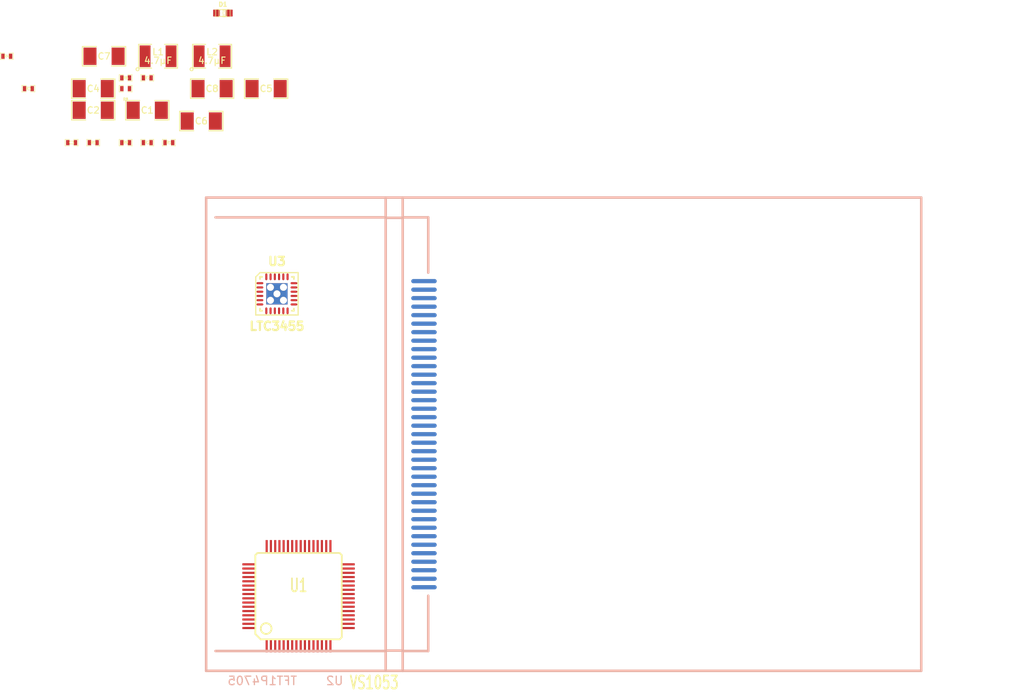
<source format=kicad_pcb>
(kicad_pcb (version 3) (host pcbnew "(2013-june-11)-stable")

  (general
    (links 38)
    (no_connects 38)
    (area 0 0 0 0)
    (thickness 1.6)
    (drawings 12)
    (tracks 0)
    (zones 0)
    (modules 23)
    (nets 17)
  )

  (page A3)
  (layers
    (15 F.Cu signal)
    (0 B.Cu signal)
    (16 B.Adhes user)
    (17 F.Adhes user)
    (18 B.Paste user)
    (19 F.Paste user)
    (20 B.SilkS user)
    (21 F.SilkS user)
    (22 B.Mask user)
    (23 F.Mask user)
    (24 Dwgs.User user)
    (25 Cmts.User user)
    (26 Eco1.User user)
    (27 Eco2.User user)
    (28 Edge.Cuts user)
  )

  (setup
    (last_trace_width 0.254)
    (trace_clearance 0.254)
    (zone_clearance 0.508)
    (zone_45_only no)
    (trace_min 0.254)
    (segment_width 0.2)
    (edge_width 0.15)
    (via_size 0.889)
    (via_drill 0.635)
    (via_min_size 0.889)
    (via_min_drill 0.508)
    (uvia_size 0.508)
    (uvia_drill 0.127)
    (uvias_allowed no)
    (uvia_min_size 0.508)
    (uvia_min_drill 0.127)
    (pcb_text_width 0.3)
    (pcb_text_size 1 1)
    (mod_edge_width 0.15)
    (mod_text_size 1 1)
    (mod_text_width 0.15)
    (pad_size 1 1)
    (pad_drill 0.6)
    (pad_to_mask_clearance 0)
    (aux_axis_origin 0 0)
    (visible_elements FFFFFFBF)
    (pcbplotparams
      (layerselection 3178497)
      (usegerberextensions true)
      (excludeedgelayer true)
      (linewidth 0.150000)
      (plotframeref false)
      (viasonmask false)
      (mode 1)
      (useauxorigin false)
      (hpglpennumber 1)
      (hpglpenspeed 20)
      (hpglpendiameter 15)
      (hpglpenoverlay 2)
      (psnegative false)
      (psa4output false)
      (plotreference true)
      (plotvalue true)
      (plotothertext true)
      (plotinvisibletext false)
      (padsonsilk false)
      (subtractmaskfromsilk false)
      (outputformat 1)
      (mirror false)
      (drillshape 1)
      (scaleselection 1)
      (outputdirectory ""))
  )

  (net 0 "")
  (net 1 /power/1.8V)
  (net 2 /power/3.3V)
  (net 3 /power/I_SENS)
  (net 4 /power/LOW_BAT)
  (net 5 /power/VBAT)
  (net 6 /power/VBUS_USB)
  (net 7 GND)
  (net 8 N-0000011)
  (net 9 N-0000013)
  (net 10 N-0000018)
  (net 11 N-0000020)
  (net 12 N-000005)
  (net 13 N-000006)
  (net 14 N-000007)
  (net 15 N-000008)
  (net 16 N-000009)

  (net_class Default "Ceci est la Netclass par défaut"
    (clearance 0.254)
    (trace_width 0.254)
    (via_dia 0.889)
    (via_drill 0.635)
    (uvia_dia 0.508)
    (uvia_drill 0.127)
    (add_net "")
    (add_net /power/1.8V)
    (add_net /power/3.3V)
    (add_net /power/I_SENS)
    (add_net /power/LOW_BAT)
    (add_net /power/VBAT)
    (add_net /power/VBUS_USB)
    (add_net GND)
    (add_net N-0000011)
    (add_net N-0000013)
    (add_net N-0000018)
    (add_net N-0000020)
    (add_net N-000005)
    (add_net N-000006)
    (add_net N-000007)
    (add_net N-000008)
    (add_net N-000009)
  )

  (module VQFP64 (layer F.Cu) (tedit 533F1878) (tstamp 533F18BA)
    (at 48.26 88.9)
    (descr "Module CMS VQFP 64 pins")
    (tags "CMS VQFP")
    (path /533F17AB/533F1BE5)
    (attr smd)
    (fp_text reference U1 (at 0 -1.26746) (layer F.SilkS)
      (effects (font (size 1.524 1.016) (thickness 0.2032)))
    )
    (fp_text value VS1053 (at 8.89 10.16) (layer F.SilkS)
      (effects (font (size 1.524 1.016) (thickness 0.2032)))
    )
    (fp_line (start -4.445 5.08) (end -5.08 4.445) (layer F.SilkS) (width 0.2032))
    (fp_line (start -5.08 4.445) (end -5.08 -4.826) (layer F.SilkS) (width 0.2032))
    (fp_line (start -5.08 -4.826) (end -4.826 -5.08) (layer F.SilkS) (width 0.2032))
    (fp_line (start -4.826 -5.08) (end 4.826 -5.08) (layer F.SilkS) (width 0.2032))
    (fp_line (start 4.826 -5.08) (end 5.08 -4.826) (layer F.SilkS) (width 0.2032))
    (fp_line (start 5.08 -4.826) (end 5.08 4.826) (layer F.SilkS) (width 0.2032))
    (fp_line (start 5.08 4.826) (end 4.826 5.08) (layer F.SilkS) (width 0.2032))
    (fp_line (start 4.826 5.08) (end -4.445 5.08) (layer F.SilkS) (width 0.2032))
    (fp_circle (center -3.81 3.81) (end -3.81 3.175) (layer F.SilkS) (width 0.2032))
    (pad 54 smd rect (at -5.842 -1.2446) (size 1.524 0.254)
      (layers F.Cu F.Paste F.Mask)
    )
    (pad 55 smd rect (at -5.842 -0.7493) (size 1.524 0.254)
      (layers F.Cu F.Paste F.Mask)
    )
    (pad 56 smd rect (at -5.842 -0.254) (size 1.524 0.254)
      (layers F.Cu F.Paste F.Mask)
    )
    (pad 57 smd rect (at -5.842 0.254) (size 1.524 0.254)
      (layers F.Cu F.Paste F.Mask)
    )
    (pad 58 smd rect (at -5.842 0.7493) (size 1.524 0.254)
      (layers F.Cu F.Paste F.Mask)
    )
    (pad 59 smd rect (at -5.842 1.2446) (size 1.524 0.254)
      (layers F.Cu F.Paste F.Mask)
    )
    (pad 60 smd rect (at -5.842 1.7526) (size 1.524 0.254)
      (layers F.Cu F.Paste F.Mask)
    )
    (pad 61 smd rect (at -5.842 2.2479) (size 1.524 0.254)
      (layers F.Cu F.Paste F.Mask)
    )
    (pad 62 smd rect (at -5.842 2.7432) (size 1.524 0.254)
      (layers F.Cu F.Paste F.Mask)
    )
    (pad 63 smd rect (at -5.842 3.2512) (size 1.524 0.254)
      (layers F.Cu F.Paste F.Mask)
    )
    (pad 64 smd rect (at -5.842 3.7465) (size 1.524 0.254)
      (layers F.Cu F.Paste F.Mask)
    )
    (pad 27 smd rect (at 5.842 -1.2446) (size 1.524 0.254)
      (layers F.Cu F.Paste F.Mask)
    )
    (pad 26 smd rect (at 5.842 -0.7493) (size 1.524 0.254)
      (layers F.Cu F.Paste F.Mask)
    )
    (pad 25 smd rect (at 5.842 -0.254) (size 1.524 0.254)
      (layers F.Cu F.Paste F.Mask)
    )
    (pad 24 smd rect (at 5.842 0.254) (size 1.524 0.254)
      (layers F.Cu F.Paste F.Mask)
    )
    (pad 23 smd rect (at 5.842 0.7493) (size 1.524 0.254)
      (layers F.Cu F.Paste F.Mask)
    )
    (pad 22 smd rect (at 5.842 1.2446) (size 1.524 0.254)
      (layers F.Cu F.Paste F.Mask)
    )
    (pad 21 smd rect (at 5.842 1.7526) (size 1.524 0.254)
      (layers F.Cu F.Paste F.Mask)
    )
    (pad 20 smd rect (at 5.842 2.2479) (size 1.524 0.254)
      (layers F.Cu F.Paste F.Mask)
    )
    (pad 19 smd rect (at 5.842 2.7432) (size 1.524 0.254)
      (layers F.Cu F.Paste F.Mask)
    )
    (pad 18 smd rect (at 5.842 3.2512) (size 1.524 0.254)
      (layers F.Cu F.Paste F.Mask)
    )
    (pad 17 smd rect (at 5.842 3.7465) (size 1.524 0.254)
      (layers F.Cu F.Paste F.Mask)
    )
    (pad 48 smd rect (at -3.7465 -5.842) (size 0.254 1.524)
      (layers F.Cu F.Paste F.Mask)
    )
    (pad 47 smd rect (at -3.2512 -5.842) (size 0.254 1.524)
      (layers F.Cu F.Paste F.Mask)
    )
    (pad 46 smd rect (at -2.7432 -5.842) (size 0.254 1.524)
      (layers F.Cu F.Paste F.Mask)
    )
    (pad 45 smd rect (at -2.2479 -5.842) (size 0.254 1.524)
      (layers F.Cu F.Paste F.Mask)
    )
    (pad 44 smd rect (at -1.7526 -5.842) (size 0.254 1.524)
      (layers F.Cu F.Paste F.Mask)
    )
    (pad 43 smd rect (at -1.2446 -5.842) (size 0.254 1.524)
      (layers F.Cu F.Paste F.Mask)
    )
    (pad 42 smd rect (at -0.7493 -5.842) (size 0.254 1.524)
      (layers F.Cu F.Paste F.Mask)
    )
    (pad 41 smd rect (at -0.254 -5.842) (size 0.254 1.524)
      (layers F.Cu F.Paste F.Mask)
    )
    (pad 40 smd rect (at 0.254 -5.842) (size 0.254 1.524)
      (layers F.Cu F.Paste F.Mask)
    )
    (pad 39 smd rect (at 0.7493 -5.842) (size 0.254 1.524)
      (layers F.Cu F.Paste F.Mask)
    )
    (pad 38 smd rect (at 1.2446 -5.842) (size 0.254 1.524)
      (layers F.Cu F.Paste F.Mask)
    )
    (pad 11 smd rect (at 1.2446 5.842) (size 0.254 1.524)
      (layers F.Cu F.Paste F.Mask)
    )
    (pad 10 smd rect (at 0.7493 5.842) (size 0.254 1.524)
      (layers F.Cu F.Paste F.Mask)
    )
    (pad 9 smd rect (at 0.254 5.842) (size 0.254 1.524)
      (layers F.Cu F.Paste F.Mask)
    )
    (pad 8 smd rect (at -0.254 5.842) (size 0.254 1.524)
      (layers F.Cu F.Paste F.Mask)
    )
    (pad 7 smd rect (at -0.7493 5.842) (size 0.254 1.524)
      (layers F.Cu F.Paste F.Mask)
    )
    (pad 6 smd rect (at -1.2446 5.842) (size 0.254 1.524)
      (layers F.Cu F.Paste F.Mask)
    )
    (pad 5 smd rect (at -1.7526 5.842) (size 0.254 1.524)
      (layers F.Cu F.Paste F.Mask)
    )
    (pad 4 smd rect (at -2.2479 5.842) (size 0.254 1.524)
      (layers F.Cu F.Paste F.Mask)
    )
    (pad 3 smd rect (at -2.7432 5.842) (size 0.254 1.524)
      (layers F.Cu F.Paste F.Mask)
    )
    (pad 2 smd rect (at -3.2512 5.842) (size 0.254 1.524)
      (layers F.Cu F.Paste F.Mask)
    )
    (pad 1 smd rect (at -3.7465 5.842) (size 0.254 1.524)
      (layers F.Cu F.Paste F.Mask)
    )
    (pad 12 smd rect (at 1.7526 5.842) (size 0.254 1.524)
      (layers F.Cu F.Paste F.Mask)
    )
    (pad 13 smd rect (at 2.2479 5.842) (size 0.254 1.524)
      (layers F.Cu F.Paste F.Mask)
    )
    (pad 14 smd rect (at 2.7432 5.842) (size 0.254 1.524)
      (layers F.Cu F.Paste F.Mask)
    )
    (pad 15 smd rect (at 3.2512 5.842) (size 0.254 1.524)
      (layers F.Cu F.Paste F.Mask)
    )
    (pad 16 smd rect (at 3.7465 5.842) (size 0.254 1.524)
      (layers F.Cu F.Paste F.Mask)
    )
    (pad 33 smd rect (at 3.7465 -5.842) (size 0.254 1.524)
      (layers F.Cu F.Paste F.Mask)
    )
    (pad 34 smd rect (at 3.2512 -5.842) (size 0.254 1.524)
      (layers F.Cu F.Paste F.Mask)
    )
    (pad 35 smd rect (at 2.7432 -5.842) (size 0.254 1.524)
      (layers F.Cu F.Paste F.Mask)
    )
    (pad 36 smd rect (at 2.2479 -5.842) (size 0.254 1.524)
      (layers F.Cu F.Paste F.Mask)
    )
    (pad 37 smd rect (at 1.7526 -5.842) (size 0.254 1.524)
      (layers F.Cu F.Paste F.Mask)
    )
    (pad 28 smd rect (at 5.842 -1.7526) (size 1.524 0.254)
      (layers F.Cu F.Paste F.Mask)
    )
    (pad 29 smd rect (at 5.842 -2.2479) (size 1.524 0.254)
      (layers F.Cu F.Paste F.Mask)
    )
    (pad 30 smd rect (at 5.842 -2.7432) (size 1.524 0.254)
      (layers F.Cu F.Paste F.Mask)
    )
    (pad 31 smd rect (at 5.842 -3.2512) (size 1.524 0.254)
      (layers F.Cu F.Paste F.Mask)
    )
    (pad 32 smd rect (at 5.842 -3.7465) (size 1.524 0.254)
      (layers F.Cu F.Paste F.Mask)
    )
    (pad 53 smd rect (at -5.842 -1.7526) (size 1.524 0.254)
      (layers F.Cu F.Paste F.Mask)
    )
    (pad 52 smd rect (at -5.842 -2.2479) (size 1.524 0.254)
      (layers F.Cu F.Paste F.Mask)
    )
    (pad 51 smd rect (at -5.842 -2.7432) (size 1.524 0.254)
      (layers F.Cu F.Paste F.Mask)
    )
    (pad 50 smd rect (at -5.842 -3.2512) (size 1.524 0.254)
      (layers F.Cu F.Paste F.Mask)
    )
    (pad 49 smd rect (at -5.842 -3.7465) (size 1.524 0.254)
      (layers F.Cu F.Paste F.Mask)
    )
    (model smd/vqfp64.wrl
      (at (xyz 0 0 0))
      (scale (xyz 0.395 0.395 0.5))
      (rotate (xyz 0 0 0))
    )
  )

  (module TFT1P4705 (layer B.Cu) (tedit 53090EC8) (tstamp 533F18F3)
    (at 63.5 69.85)
    (path /533F1856/533F1B54)
    (fp_text reference U2 (at -11 29 180) (layer B.SilkS)
      (effects (font (size 1 1) (thickness 0.15)) (justify mirror))
    )
    (fp_text value TFT1P4705 (at -19.5 29) (layer B.SilkS)
      (effects (font (size 1 1) (thickness 0.15)) (justify mirror))
    )
    (fp_line (start -5 25.5) (end -25 25.5) (layer B.SilkS) (width 0.3))
    (fp_line (start -5 -25.5) (end -25 -25.5) (layer B.SilkS) (width 0.3))
    (fp_line (start -3 -25.5) (end 0 -25.5) (layer B.SilkS) (width 0.3))
    (fp_line (start 0 -25.5) (end 0 -19) (layer B.SilkS) (width 0.3))
    (fp_line (start -3 25.5) (end 0 25.5) (layer B.SilkS) (width 0.3))
    (fp_line (start 0 25.5) (end 0 19) (layer B.SilkS) (width 0.3))
    (fp_line (start -5 -25.45) (end -3 -25.45) (layer B.SilkS) (width 0.3))
    (fp_line (start -5 25.45) (end -3 25.45) (layer B.SilkS) (width 0.3))
    (fp_line (start -5 27.83) (end -5 -27.83) (layer B.SilkS) (width 0.3))
    (fp_line (start -3 27.83) (end -3 -27.83) (layer B.SilkS) (width 0.3))
    (fp_line (start -26.1 27.83) (end -26.1 27.83) (layer B.SilkS) (width 0.3))
    (fp_line (start -26.1 27.83) (end -26.1 -27.83) (layer B.SilkS) (width 0.3))
    (fp_line (start -26.1 -27.83) (end 57.94 -27.83) (layer B.SilkS) (width 0.3))
    (fp_line (start 57.94 27.83) (end 57.94 -27.83) (layer B.SilkS) (width 0.3))
    (fp_line (start -3 27.83) (end -3 27.83) (layer B.SilkS) (width 0.3))
    (fp_line (start -26.1 27.83) (end 57.94 27.83) (layer B.SilkS) (width 0.3))
    (pad 1 smd oval (at -0.5 18) (size 3 0.5)
      (layers B.Cu B.Paste B.Mask)
    )
    (pad 2 smd oval (at -0.5 17) (size 3 0.5)
      (layers B.Cu B.Paste B.Mask)
    )
    (pad 3 smd oval (at -0.5 16) (size 3 0.5)
      (layers B.Cu B.Paste B.Mask)
    )
    (pad 4 smd oval (at -0.5 15) (size 3 0.5)
      (layers B.Cu B.Paste B.Mask)
    )
    (pad 5 smd oval (at -0.5 14) (size 3 0.5)
      (layers B.Cu B.Paste B.Mask)
    )
    (pad 6 smd oval (at -0.5 13) (size 3 0.5)
      (layers B.Cu B.Paste B.Mask)
    )
    (pad 7 smd oval (at -0.5 12) (size 3 0.5)
      (layers B.Cu B.Paste B.Mask)
    )
    (pad 8 smd oval (at -0.5 11) (size 3 0.5)
      (layers B.Cu B.Paste B.Mask)
    )
    (pad 9 smd oval (at -0.5 10) (size 3 0.5)
      (layers B.Cu B.Paste B.Mask)
    )
    (pad 10 smd oval (at -0.5 9) (size 3 0.5)
      (layers B.Cu B.Paste B.Mask)
    )
    (pad 11 smd oval (at -0.5 8) (size 3 0.5)
      (layers B.Cu B.Paste B.Mask)
    )
    (pad 12 smd oval (at -0.5 7) (size 3 0.5)
      (layers B.Cu B.Paste B.Mask)
    )
    (pad 13 smd oval (at -0.5 6) (size 3 0.5)
      (layers B.Cu B.Paste B.Mask)
    )
    (pad 14 smd oval (at -0.5 5) (size 3 0.5)
      (layers B.Cu B.Paste B.Mask)
    )
    (pad 15 smd oval (at -0.5 4) (size 3 0.5)
      (layers B.Cu B.Paste B.Mask)
    )
    (pad 16 smd oval (at -0.5 3) (size 3 0.5)
      (layers B.Cu B.Paste B.Mask)
    )
    (pad 17 smd oval (at -0.5 2) (size 3 0.5)
      (layers B.Cu B.Paste B.Mask)
    )
    (pad 18 smd oval (at -0.5 1) (size 3 0.5)
      (layers B.Cu B.Paste B.Mask)
    )
    (pad 19 smd oval (at -0.5 0) (size 3 0.5)
      (layers B.Cu B.Paste B.Mask)
    )
    (pad 20 smd oval (at -0.5 -1) (size 3 0.5)
      (layers B.Cu B.Paste B.Mask)
    )
    (pad 21 smd oval (at -0.5 -2) (size 3 0.5)
      (layers B.Cu B.Paste B.Mask)
    )
    (pad 22 smd oval (at -0.5 -3) (size 3 0.5)
      (layers B.Cu B.Paste B.Mask)
    )
    (pad 23 smd oval (at -0.5 -4) (size 3 0.5)
      (layers B.Cu B.Paste B.Mask)
    )
    (pad 24 smd oval (at -0.5 -5) (size 3 0.5)
      (layers B.Cu B.Paste B.Mask)
    )
    (pad 25 smd oval (at -0.5 -6) (size 3 0.5)
      (layers B.Cu B.Paste B.Mask)
    )
    (pad 26 smd oval (at -0.5 -7) (size 3 0.5)
      (layers B.Cu B.Paste B.Mask)
    )
    (pad 27 smd oval (at -0.5 -8) (size 3 0.5)
      (layers B.Cu B.Paste B.Mask)
    )
    (pad 28 smd oval (at -0.5 -9) (size 3 0.5)
      (layers B.Cu B.Paste B.Mask)
    )
    (pad 29 smd oval (at -0.5 -10) (size 3 0.5)
      (layers B.Cu B.Paste B.Mask)
    )
    (pad 30 smd oval (at -0.5 -11) (size 3 0.5)
      (layers B.Cu B.Paste B.Mask)
    )
    (pad 31 smd oval (at -0.5 -12) (size 3 0.5)
      (layers B.Cu B.Paste B.Mask)
    )
    (pad 32 smd oval (at -0.5 -13) (size 3 0.5)
      (layers B.Cu B.Paste B.Mask)
    )
    (pad 33 smd oval (at -0.5 -14) (size 3 0.5)
      (layers B.Cu B.Paste B.Mask)
    )
    (pad 34 smd oval (at -0.5 -15) (size 3 0.5)
      (layers B.Cu B.Paste B.Mask)
    )
    (pad 35 smd oval (at -0.5 -16) (size 3 0.5)
      (layers B.Cu B.Paste B.Mask)
    )
    (pad 36 smd oval (at -0.5 -17) (size 3 0.5)
      (layers B.Cu B.Paste B.Mask)
    )
    (pad 37 smd oval (at -0.5 -18) (size 3 0.5)
      (layers B.Cu B.Paste B.Mask)
    )
  )

  (module QFN24 (layer F.Cu) (tedit 48A948E6) (tstamp 5343006B)
    (at 45.72 53.34)
    (path /5331FC2B/533F2447)
    (fp_text reference U3 (at 0 -3.81) (layer F.SilkS)
      (effects (font (size 1.00076 1.00076) (thickness 0.3048)))
    )
    (fp_text value LTC3455 (at 0 3.81) (layer F.SilkS)
      (effects (font (size 1.00076 1.00076) (thickness 0.3048)))
    )
    (fp_line (start -1.99136 -2.4892) (end 2.4892 -2.4892) (layer F.SilkS) (width 0.14986))
    (fp_line (start -2.4892 -1.99136) (end -2.4892 2.4892) (layer F.SilkS) (width 0.14986))
    (fp_line (start -2.4892 -1.99136) (end -1.99136 -2.4892) (layer F.SilkS) (width 0.14986))
    (fp_line (start -1.99136 -1.74244) (end -1.99136 -1.99136) (layer F.SilkS) (width 0.20066))
    (fp_line (start -1.99136 -1.99136) (end -1.74244 -1.99136) (layer F.SilkS) (width 0.20066))
    (fp_line (start -1.74244 1.99136) (end -1.99136 1.99136) (layer F.SilkS) (width 0.20066))
    (fp_line (start -1.99136 1.99136) (end -1.99136 1.74244) (layer F.SilkS) (width 0.20066))
    (fp_line (start 1.99136 1.74244) (end 1.99136 1.99136) (layer F.SilkS) (width 0.20066))
    (fp_line (start 1.99136 1.99136) (end 1.74244 1.99136) (layer F.SilkS) (width 0.20066))
    (fp_line (start 1.74244 -1.99136) (end 1.99136 -1.99136) (layer F.SilkS) (width 0.20066))
    (fp_line (start 1.99136 -1.99136) (end 1.99136 -1.74244) (layer F.SilkS) (width 0.20066))
    (fp_line (start 2.4892 2.4892) (end -2.4892 2.4892) (layer F.SilkS) (width 0.14986))
    (fp_line (start 2.4892 -2.4892) (end 2.4892 2.4892) (layer F.SilkS) (width 0.14986))
    (pad "" smd rect (at 0 0 270) (size 2.49936 2.49936)
      (layers *.Cu F.Paste F.Mask)
    )
    (pad 1 smd oval (at -1.99898 -1.24968) (size 0.8001 0.24892)
      (layers F.Cu F.Paste F.Mask)
      (net 16 N-000009)
    )
    (pad 2 smd oval (at -1.99898 -0.7493) (size 0.8001 0.24892)
      (layers F.Cu F.Paste F.Mask)
      (net 3 /power/I_SENS)
    )
    (pad 3 smd oval (at -1.99898 -0.24892) (size 0.8001 0.24892)
      (layers F.Cu F.Paste F.Mask)
      (net 9 N-0000013)
    )
    (pad 4 smd oval (at -1.99898 0.24892) (size 0.8001 0.24892)
      (layers F.Cu F.Paste F.Mask)
      (net 14 N-000007)
    )
    (pad 5 smd oval (at -1.99898 0.7493) (size 0.8001 0.24892)
      (layers F.Cu F.Paste F.Mask)
    )
    (pad 6 smd oval (at -1.99898 1.24968) (size 0.8001 0.24892)
      (layers F.Cu F.Paste F.Mask)
    )
    (pad 7 smd oval (at -1.24968 1.99898 90) (size 0.8001 0.24892)
      (layers F.Cu F.Paste F.Mask)
      (net 8 N-0000011)
    )
    (pad 8 smd oval (at -0.7493 1.99898 90) (size 0.8001 0.24892)
      (layers F.Cu F.Paste F.Mask)
      (net 6 /power/VBUS_USB)
    )
    (pad 9 smd oval (at -0.24892 1.99898 90) (size 0.8001 0.24892)
      (layers F.Cu F.Paste F.Mask)
      (net 5 /power/VBAT)
    )
    (pad 10 smd oval (at 0.24892 1.99898 90) (size 0.8001 0.24892)
      (layers F.Cu F.Paste F.Mask)
      (net 15 N-000008)
    )
    (pad 11 smd oval (at 0.7493 1.99898 90) (size 0.8001 0.24892)
      (layers F.Cu F.Paste F.Mask)
      (net 7 GND)
    )
    (pad 12 smd oval (at 1.24968 1.99898 90) (size 0.8001 0.24892)
      (layers F.Cu F.Paste F.Mask)
      (net 11 N-0000020)
    )
    (pad 13 smd oval (at 1.99898 1.24968 180) (size 0.8001 0.24892)
      (layers F.Cu F.Paste F.Mask)
      (net 2 /power/3.3V)
    )
    (pad 14 smd oval (at 1.99898 0.7493 180) (size 0.8001 0.24892)
      (layers F.Cu F.Paste F.Mask)
    )
    (pad 15 smd oval (at 1.99898 0.24892 180) (size 0.8001 0.24892)
      (layers F.Cu F.Paste F.Mask)
    )
    (pad 16 smd oval (at 1.99898 -0.24892 180) (size 0.8001 0.24892)
      (layers F.Cu F.Paste F.Mask)
      (net 10 N-0000018)
    )
    (pad 17 smd oval (at 1.99898 -0.7493 180) (size 0.8001 0.24892)
      (layers F.Cu F.Paste F.Mask)
      (net 4 /power/LOW_BAT)
    )
    (pad 18 smd oval (at 1.99898 -1.24968 180) (size 0.8001 0.24892)
      (layers F.Cu F.Paste F.Mask)
      (net 12 N-000005)
    )
    (pad 19 smd oval (at 1.24968 -1.99898 270) (size 0.8001 0.24892)
      (layers F.Cu F.Paste F.Mask)
    )
    (pad 20 smd oval (at 0.7493 -1.99898 270) (size 0.8001 0.24892)
      (layers F.Cu F.Paste F.Mask)
    )
    (pad 21 smd oval (at 0.24892 -1.99898 270) (size 0.8001 0.24892)
      (layers F.Cu F.Paste F.Mask)
    )
    (pad 22 smd oval (at -0.24892 -1.99898 270) (size 0.8001 0.24892)
      (layers F.Cu F.Paste F.Mask)
    )
    (pad 23 smd oval (at -0.7493 -1.99898 270) (size 0.8001 0.24892)
      (layers F.Cu F.Paste F.Mask)
    )
    (pad 24 smd oval (at -1.24968 -1.99898 270) (size 0.8001 0.24892)
      (layers F.Cu F.Paste F.Mask)
    )
    (pad "" np_thru_hole circle (at 0 0 270) (size 0.8001 0.8001) (drill 0.8001)
      (layers *.Cu *.SilkS *.Mask)
    )
    (pad "" np_thru_hole circle (at 0.762 -0.762 270) (size 0.8001 0.8001) (drill 0.8001)
      (layers *.Cu *.SilkS *.Mask)
    )
    (pad "" np_thru_hole circle (at -0.762 -0.762 270) (size 0.8001 0.8001) (drill 0.8001)
      (layers *.Cu *.SilkS *.Mask)
    )
    (pad "" np_thru_hole circle (at 0.762 0.762 270) (size 0.8001 0.8001) (drill 0.8001)
      (layers *.Cu *.SilkS *.Mask)
    )
    (pad "" np_thru_hole circle (at -0.762 0.762 270) (size 0.8001 0.8001) (drill 0.8001)
      (layers *.Cu *.SilkS *.Mask)
    )
    (model smd/qfn24.wrl
      (at (xyz 0 0 0))
      (scale (xyz 1 1 1))
      (rotate (xyz 0 0 0))
    )
  )

  (module SM1210 (layer F.Cu) (tedit 42806E94) (tstamp 53430AC3)
    (at 38.1 25.4)
    (tags "CMS SM")
    (path /5331FC2B/53430F5E)
    (attr smd)
    (fp_text reference L2 (at 0 -0.508) (layer F.SilkS)
      (effects (font (size 0.762 0.762) (thickness 0.127)))
    )
    (fp_text value 4.7µF (at 0 0.508) (layer F.SilkS)
      (effects (font (size 0.762 0.762) (thickness 0.127)))
    )
    (fp_circle (center -2.413 1.524) (end -2.286 1.397) (layer F.SilkS) (width 0.127))
    (fp_line (start -0.762 -1.397) (end -2.286 -1.397) (layer F.SilkS) (width 0.127))
    (fp_line (start -2.286 -1.397) (end -2.286 1.397) (layer F.SilkS) (width 0.127))
    (fp_line (start -2.286 1.397) (end -0.762 1.397) (layer F.SilkS) (width 0.127))
    (fp_line (start 0.762 1.397) (end 2.286 1.397) (layer F.SilkS) (width 0.127))
    (fp_line (start 2.286 1.397) (end 2.286 -1.397) (layer F.SilkS) (width 0.127))
    (fp_line (start 2.286 -1.397) (end 0.762 -1.397) (layer F.SilkS) (width 0.127))
    (pad 1 smd rect (at -1.524 0) (size 1.27 2.54)
      (layers F.Cu F.Paste F.Mask)
      (net 8 N-0000011)
    )
    (pad 2 smd rect (at 1.524 0) (size 1.27 2.54)
      (layers F.Cu F.Paste F.Mask)
      (net 1 /power/1.8V)
    )
    (model smd/chip_cms.wrl
      (at (xyz 0 0 0))
      (scale (xyz 0.17 0.2 0.17))
      (rotate (xyz 0 0 0))
    )
  )

  (module SM1210 (layer F.Cu) (tedit 42806E94) (tstamp 53430AD0)
    (at 31.75 25.4)
    (tags "CMS SM")
    (path /5331FC2B/53430F6B)
    (attr smd)
    (fp_text reference L1 (at 0 -0.508) (layer F.SilkS)
      (effects (font (size 0.762 0.762) (thickness 0.127)))
    )
    (fp_text value 4.7µF (at 0 0.508) (layer F.SilkS)
      (effects (font (size 0.762 0.762) (thickness 0.127)))
    )
    (fp_circle (center -2.413 1.524) (end -2.286 1.397) (layer F.SilkS) (width 0.127))
    (fp_line (start -0.762 -1.397) (end -2.286 -1.397) (layer F.SilkS) (width 0.127))
    (fp_line (start -2.286 -1.397) (end -2.286 1.397) (layer F.SilkS) (width 0.127))
    (fp_line (start -2.286 1.397) (end -0.762 1.397) (layer F.SilkS) (width 0.127))
    (fp_line (start 0.762 1.397) (end 2.286 1.397) (layer F.SilkS) (width 0.127))
    (fp_line (start 2.286 1.397) (end 2.286 -1.397) (layer F.SilkS) (width 0.127))
    (fp_line (start 2.286 -1.397) (end 0.762 -1.397) (layer F.SilkS) (width 0.127))
    (pad 1 smd rect (at -1.524 0) (size 1.27 2.54)
      (layers F.Cu F.Paste F.Mask)
      (net 11 N-0000020)
    )
    (pad 2 smd rect (at 1.524 0) (size 1.27 2.54)
      (layers F.Cu F.Paste F.Mask)
      (net 2 /power/3.3V)
    )
    (model smd/chip_cms.wrl
      (at (xyz 0 0 0))
      (scale (xyz 0.17 0.2 0.17))
      (rotate (xyz 0 0 0))
    )
  )

  (module SM1206 (layer F.Cu) (tedit 42806E24) (tstamp 53430ADC)
    (at 25.4 25.4)
    (path /5331FC2B/534313F5)
    (attr smd)
    (fp_text reference C7 (at 0 0) (layer F.SilkS)
      (effects (font (size 0.762 0.762) (thickness 0.127)))
    )
    (fp_text value 10µF (at 0 0) (layer F.SilkS) hide
      (effects (font (size 0.762 0.762) (thickness 0.127)))
    )
    (fp_line (start -2.54 -1.143) (end -2.54 1.143) (layer F.SilkS) (width 0.127))
    (fp_line (start -2.54 1.143) (end -0.889 1.143) (layer F.SilkS) (width 0.127))
    (fp_line (start 0.889 -1.143) (end 2.54 -1.143) (layer F.SilkS) (width 0.127))
    (fp_line (start 2.54 -1.143) (end 2.54 1.143) (layer F.SilkS) (width 0.127))
    (fp_line (start 2.54 1.143) (end 0.889 1.143) (layer F.SilkS) (width 0.127))
    (fp_line (start -0.889 -1.143) (end -2.54 -1.143) (layer F.SilkS) (width 0.127))
    (pad 1 smd rect (at -1.651 0) (size 1.524 2.032)
      (layers F.Cu F.Paste F.Mask)
      (net 2 /power/3.3V)
    )
    (pad 2 smd rect (at 1.651 0) (size 1.524 2.032)
      (layers F.Cu F.Paste F.Mask)
      (net 7 GND)
    )
    (model smd/chip_cms.wrl
      (at (xyz 0 0 0))
      (scale (xyz 0.17 0.16 0.16))
      (rotate (xyz 0 0 0))
    )
  )

  (module SM1206 (layer F.Cu) (tedit 42806E24) (tstamp 53430AE8)
    (at 24.13 29.21)
    (path /5331FC2B/53433485)
    (attr smd)
    (fp_text reference C4 (at 0 0) (layer F.SilkS)
      (effects (font (size 0.762 0.762) (thickness 0.127)))
    )
    (fp_text value 10µF (at 0 0) (layer F.SilkS) hide
      (effects (font (size 0.762 0.762) (thickness 0.127)))
    )
    (fp_line (start -2.54 -1.143) (end -2.54 1.143) (layer F.SilkS) (width 0.127))
    (fp_line (start -2.54 1.143) (end -0.889 1.143) (layer F.SilkS) (width 0.127))
    (fp_line (start 0.889 -1.143) (end 2.54 -1.143) (layer F.SilkS) (width 0.127))
    (fp_line (start 2.54 -1.143) (end 2.54 1.143) (layer F.SilkS) (width 0.127))
    (fp_line (start 2.54 1.143) (end 0.889 1.143) (layer F.SilkS) (width 0.127))
    (fp_line (start -0.889 -1.143) (end -2.54 -1.143) (layer F.SilkS) (width 0.127))
    (pad 1 smd rect (at -1.651 0) (size 1.524 2.032)
      (layers F.Cu F.Paste F.Mask)
      (net 15 N-000008)
    )
    (pad 2 smd rect (at 1.651 0) (size 1.524 2.032)
      (layers F.Cu F.Paste F.Mask)
      (net 7 GND)
    )
    (model smd/chip_cms.wrl
      (at (xyz 0 0 0))
      (scale (xyz 0.17 0.16 0.16))
      (rotate (xyz 0 0 0))
    )
  )

  (module SM1206 (layer F.Cu) (tedit 42806E24) (tstamp 53430AF4)
    (at 38.1 29.21)
    (path /5331FC2B/5343187A)
    (attr smd)
    (fp_text reference C8 (at 0 0) (layer F.SilkS)
      (effects (font (size 0.762 0.762) (thickness 0.127)))
    )
    (fp_text value 10µF (at 0 0) (layer F.SilkS) hide
      (effects (font (size 0.762 0.762) (thickness 0.127)))
    )
    (fp_line (start -2.54 -1.143) (end -2.54 1.143) (layer F.SilkS) (width 0.127))
    (fp_line (start -2.54 1.143) (end -0.889 1.143) (layer F.SilkS) (width 0.127))
    (fp_line (start 0.889 -1.143) (end 2.54 -1.143) (layer F.SilkS) (width 0.127))
    (fp_line (start 2.54 -1.143) (end 2.54 1.143) (layer F.SilkS) (width 0.127))
    (fp_line (start 2.54 1.143) (end 0.889 1.143) (layer F.SilkS) (width 0.127))
    (fp_line (start -0.889 -1.143) (end -2.54 -1.143) (layer F.SilkS) (width 0.127))
    (pad 1 smd rect (at -1.651 0) (size 1.524 2.032)
      (layers F.Cu F.Paste F.Mask)
      (net 1 /power/1.8V)
    )
    (pad 2 smd rect (at 1.651 0) (size 1.524 2.032)
      (layers F.Cu F.Paste F.Mask)
      (net 7 GND)
    )
    (model smd/chip_cms.wrl
      (at (xyz 0 0 0))
      (scale (xyz 0.17 0.16 0.16))
      (rotate (xyz 0 0 0))
    )
  )

  (module SM1206 (layer F.Cu) (tedit 42806E24) (tstamp 53430B00)
    (at 36.83 33.02)
    (path /5331FC2B/53431865)
    (attr smd)
    (fp_text reference C6 (at 0 0) (layer F.SilkS)
      (effects (font (size 0.762 0.762) (thickness 0.127)))
    )
    (fp_text value 10pF (at 0 0) (layer F.SilkS) hide
      (effects (font (size 0.762 0.762) (thickness 0.127)))
    )
    (fp_line (start -2.54 -1.143) (end -2.54 1.143) (layer F.SilkS) (width 0.127))
    (fp_line (start -2.54 1.143) (end -0.889 1.143) (layer F.SilkS) (width 0.127))
    (fp_line (start 0.889 -1.143) (end 2.54 -1.143) (layer F.SilkS) (width 0.127))
    (fp_line (start 2.54 -1.143) (end 2.54 1.143) (layer F.SilkS) (width 0.127))
    (fp_line (start 2.54 1.143) (end 0.889 1.143) (layer F.SilkS) (width 0.127))
    (fp_line (start -0.889 -1.143) (end -2.54 -1.143) (layer F.SilkS) (width 0.127))
    (pad 1 smd rect (at -1.651 0) (size 1.524 2.032)
      (layers F.Cu F.Paste F.Mask)
      (net 1 /power/1.8V)
    )
    (pad 2 smd rect (at 1.651 0) (size 1.524 2.032)
      (layers F.Cu F.Paste F.Mask)
      (net 16 N-000009)
    )
    (model smd/chip_cms.wrl
      (at (xyz 0 0 0))
      (scale (xyz 0.17 0.16 0.16))
      (rotate (xyz 0 0 0))
    )
  )

  (module SM1206 (layer F.Cu) (tedit 42806E24) (tstamp 53430B0C)
    (at 24.13 31.75)
    (path /5331FC2B/5343020B)
    (attr smd)
    (fp_text reference C2 (at 0 0) (layer F.SilkS)
      (effects (font (size 0.762 0.762) (thickness 0.127)))
    )
    (fp_text value 4.7µF (at 0 0) (layer F.SilkS) hide
      (effects (font (size 0.762 0.762) (thickness 0.127)))
    )
    (fp_line (start -2.54 -1.143) (end -2.54 1.143) (layer F.SilkS) (width 0.127))
    (fp_line (start -2.54 1.143) (end -0.889 1.143) (layer F.SilkS) (width 0.127))
    (fp_line (start 0.889 -1.143) (end 2.54 -1.143) (layer F.SilkS) (width 0.127))
    (fp_line (start 2.54 -1.143) (end 2.54 1.143) (layer F.SilkS) (width 0.127))
    (fp_line (start 2.54 1.143) (end 0.889 1.143) (layer F.SilkS) (width 0.127))
    (fp_line (start -0.889 -1.143) (end -2.54 -1.143) (layer F.SilkS) (width 0.127))
    (pad 1 smd rect (at -1.651 0) (size 1.524 2.032)
      (layers F.Cu F.Paste F.Mask)
      (net 5 /power/VBAT)
    )
    (pad 2 smd rect (at 1.651 0) (size 1.524 2.032)
      (layers F.Cu F.Paste F.Mask)
      (net 7 GND)
    )
    (model smd/chip_cms.wrl
      (at (xyz 0 0 0))
      (scale (xyz 0.17 0.16 0.16))
      (rotate (xyz 0 0 0))
    )
  )

  (module SM1206 (layer F.Cu) (tedit 42806E24) (tstamp 53430B18)
    (at 44.45 29.21)
    (path /5331FC2B/53431057)
    (attr smd)
    (fp_text reference C5 (at 0 0) (layer F.SilkS)
      (effects (font (size 0.762 0.762) (thickness 0.127)))
    )
    (fp_text value 10pF (at 0 0) (layer F.SilkS) hide
      (effects (font (size 0.762 0.762) (thickness 0.127)))
    )
    (fp_line (start -2.54 -1.143) (end -2.54 1.143) (layer F.SilkS) (width 0.127))
    (fp_line (start -2.54 1.143) (end -0.889 1.143) (layer F.SilkS) (width 0.127))
    (fp_line (start 0.889 -1.143) (end 2.54 -1.143) (layer F.SilkS) (width 0.127))
    (fp_line (start 2.54 -1.143) (end 2.54 1.143) (layer F.SilkS) (width 0.127))
    (fp_line (start 2.54 1.143) (end 0.889 1.143) (layer F.SilkS) (width 0.127))
    (fp_line (start -0.889 -1.143) (end -2.54 -1.143) (layer F.SilkS) (width 0.127))
    (pad 1 smd rect (at -1.651 0) (size 1.524 2.032)
      (layers F.Cu F.Paste F.Mask)
      (net 2 /power/3.3V)
    )
    (pad 2 smd rect (at 1.651 0) (size 1.524 2.032)
      (layers F.Cu F.Paste F.Mask)
      (net 12 N-000005)
    )
    (model smd/chip_cms.wrl
      (at (xyz 0 0 0))
      (scale (xyz 0.17 0.16 0.16))
      (rotate (xyz 0 0 0))
    )
  )

  (module SM1206 (layer F.Cu) (tedit 42806E24) (tstamp 53430B24)
    (at 30.48 31.75)
    (path /5331FC2B/53430BA6)
    (attr smd)
    (fp_text reference C1 (at 0 0) (layer F.SilkS)
      (effects (font (size 0.762 0.762) (thickness 0.127)))
    )
    (fp_text value 4.7µF (at 0 0) (layer F.SilkS) hide
      (effects (font (size 0.762 0.762) (thickness 0.127)))
    )
    (fp_line (start -2.54 -1.143) (end -2.54 1.143) (layer F.SilkS) (width 0.127))
    (fp_line (start -2.54 1.143) (end -0.889 1.143) (layer F.SilkS) (width 0.127))
    (fp_line (start 0.889 -1.143) (end 2.54 -1.143) (layer F.SilkS) (width 0.127))
    (fp_line (start 2.54 -1.143) (end 2.54 1.143) (layer F.SilkS) (width 0.127))
    (fp_line (start 2.54 1.143) (end 0.889 1.143) (layer F.SilkS) (width 0.127))
    (fp_line (start -0.889 -1.143) (end -2.54 -1.143) (layer F.SilkS) (width 0.127))
    (pad 1 smd rect (at -1.651 0) (size 1.524 2.032)
      (layers F.Cu F.Paste F.Mask)
      (net 6 /power/VBUS_USB)
    )
    (pad 2 smd rect (at 1.651 0) (size 1.524 2.032)
      (layers F.Cu F.Paste F.Mask)
      (net 7 GND)
    )
    (model smd/chip_cms.wrl
      (at (xyz 0 0 0))
      (scale (xyz 0.17 0.16 0.16))
      (rotate (xyz 0 0 0))
    )
  )

  (module SM0402 (layer F.Cu) (tedit 50A4E0BA) (tstamp 53430B30)
    (at 27.94 27.94)
    (path /5331FC2B/5343103D)
    (attr smd)
    (fp_text reference R6 (at 0 0) (layer F.SilkS)
      (effects (font (size 0.35052 0.3048) (thickness 0.07112)))
    )
    (fp_text value 249k (at 0.09906 0) (layer F.SilkS) hide
      (effects (font (size 0.35052 0.3048) (thickness 0.07112)))
    )
    (fp_line (start -0.254 -0.381) (end -0.762 -0.381) (layer F.SilkS) (width 0.07112))
    (fp_line (start -0.762 -0.381) (end -0.762 0.381) (layer F.SilkS) (width 0.07112))
    (fp_line (start -0.762 0.381) (end -0.254 0.381) (layer F.SilkS) (width 0.07112))
    (fp_line (start 0.254 -0.381) (end 0.762 -0.381) (layer F.SilkS) (width 0.07112))
    (fp_line (start 0.762 -0.381) (end 0.762 0.381) (layer F.SilkS) (width 0.07112))
    (fp_line (start 0.762 0.381) (end 0.254 0.381) (layer F.SilkS) (width 0.07112))
    (pad 1 smd rect (at -0.44958 0) (size 0.39878 0.59944)
      (layers F.Cu F.Paste F.Mask)
      (net 2 /power/3.3V)
    )
    (pad 2 smd rect (at 0.44958 0) (size 0.39878 0.59944)
      (layers F.Cu F.Paste F.Mask)
      (net 12 N-000005)
    )
    (model smd\chip_cms.wrl
      (at (xyz 0 0 0.002))
      (scale (xyz 0.05 0.05 0.05))
      (rotate (xyz 0 0 0))
    )
  )

  (module SM0402 (layer F.Cu) (tedit 53430AEF) (tstamp 53430B3C)
    (at 27.94 29.21)
    (path /5331FC2B/534313AC)
    (attr smd)
    (fp_text reference R8 (at 0 1.27) (layer F.SilkS)
      (effects (font (size 0.35052 0.3048) (thickness 0.07112)))
    )
    (fp_text value 80.6k (at 0.09906 0) (layer F.SilkS) hide
      (effects (font (size 0.35052 0.3048) (thickness 0.07112)))
    )
    (fp_line (start -0.254 -0.381) (end -0.762 -0.381) (layer F.SilkS) (width 0.07112))
    (fp_line (start -0.762 -0.381) (end -0.762 0.381) (layer F.SilkS) (width 0.07112))
    (fp_line (start -0.762 0.381) (end -0.254 0.381) (layer F.SilkS) (width 0.07112))
    (fp_line (start 0.254 -0.381) (end 0.762 -0.381) (layer F.SilkS) (width 0.07112))
    (fp_line (start 0.762 -0.381) (end 0.762 0.381) (layer F.SilkS) (width 0.07112))
    (fp_line (start 0.762 0.381) (end 0.254 0.381) (layer F.SilkS) (width 0.07112))
    (pad 1 smd rect (at -0.44958 0) (size 0.39878 0.59944)
      (layers F.Cu F.Paste F.Mask)
      (net 12 N-000005)
    )
    (pad 2 smd rect (at 0.44958 0) (size 0.39878 0.59944)
      (layers F.Cu F.Paste F.Mask)
      (net 7 GND)
    )
    (model smd\chip_cms.wrl
      (at (xyz 0 0 0.002))
      (scale (xyz 0.05 0.05 0.05))
      (rotate (xyz 0 0 0))
    )
  )

  (module SM0402 (layer F.Cu) (tedit 50A4E0BA) (tstamp 53430B48)
    (at 30.48 27.94)
    (path /5331FC2B/5343185F)
    (attr smd)
    (fp_text reference R7 (at 0 0) (layer F.SilkS)
      (effects (font (size 0.35052 0.3048) (thickness 0.07112)))
    )
    (fp_text value 100k (at 0.09906 0) (layer F.SilkS) hide
      (effects (font (size 0.35052 0.3048) (thickness 0.07112)))
    )
    (fp_line (start -0.254 -0.381) (end -0.762 -0.381) (layer F.SilkS) (width 0.07112))
    (fp_line (start -0.762 -0.381) (end -0.762 0.381) (layer F.SilkS) (width 0.07112))
    (fp_line (start -0.762 0.381) (end -0.254 0.381) (layer F.SilkS) (width 0.07112))
    (fp_line (start 0.254 -0.381) (end 0.762 -0.381) (layer F.SilkS) (width 0.07112))
    (fp_line (start 0.762 -0.381) (end 0.762 0.381) (layer F.SilkS) (width 0.07112))
    (fp_line (start 0.762 0.381) (end 0.254 0.381) (layer F.SilkS) (width 0.07112))
    (pad 1 smd rect (at -0.44958 0) (size 0.39878 0.59944)
      (layers F.Cu F.Paste F.Mask)
      (net 1 /power/1.8V)
    )
    (pad 2 smd rect (at 0.44958 0) (size 0.39878 0.59944)
      (layers F.Cu F.Paste F.Mask)
      (net 16 N-000009)
    )
    (model smd\chip_cms.wrl
      (at (xyz 0 0 0.002))
      (scale (xyz 0.05 0.05 0.05))
      (rotate (xyz 0 0 0))
    )
  )

  (module SM0402 (layer F.Cu) (tedit 50A4E0BA) (tstamp 53430B54)
    (at 24.13 35.56)
    (path /5331FC2B/53430241)
    (attr smd)
    (fp_text reference R5 (at 0 0) (layer F.SilkS)
      (effects (font (size 0.35052 0.3048) (thickness 0.07112)))
    )
    (fp_text value 806k (at 0.09906 0) (layer F.SilkS) hide
      (effects (font (size 0.35052 0.3048) (thickness 0.07112)))
    )
    (fp_line (start -0.254 -0.381) (end -0.762 -0.381) (layer F.SilkS) (width 0.07112))
    (fp_line (start -0.762 -0.381) (end -0.762 0.381) (layer F.SilkS) (width 0.07112))
    (fp_line (start -0.762 0.381) (end -0.254 0.381) (layer F.SilkS) (width 0.07112))
    (fp_line (start 0.254 -0.381) (end 0.762 -0.381) (layer F.SilkS) (width 0.07112))
    (fp_line (start 0.762 -0.381) (end 0.762 0.381) (layer F.SilkS) (width 0.07112))
    (fp_line (start 0.762 0.381) (end 0.254 0.381) (layer F.SilkS) (width 0.07112))
    (pad 1 smd rect (at -0.44958 0) (size 0.39878 0.59944)
      (layers F.Cu F.Paste F.Mask)
      (net 7 GND)
    )
    (pad 2 smd rect (at 0.44958 0) (size 0.39878 0.59944)
      (layers F.Cu F.Paste F.Mask)
      (net 10 N-0000018)
    )
    (model smd\chip_cms.wrl
      (at (xyz 0 0 0.002))
      (scale (xyz 0.05 0.05 0.05))
      (rotate (xyz 0 0 0))
    )
  )

  (module SM0402 (layer F.Cu) (tedit 50A4E0BA) (tstamp 53430B60)
    (at 27.94 35.56)
    (path /5331FC2B/53431873)
    (attr smd)
    (fp_text reference R9 (at 0 0) (layer F.SilkS)
      (effects (font (size 0.35052 0.3048) (thickness 0.07112)))
    )
    (fp_text value 80.6k (at 0.09906 0) (layer F.SilkS) hide
      (effects (font (size 0.35052 0.3048) (thickness 0.07112)))
    )
    (fp_line (start -0.254 -0.381) (end -0.762 -0.381) (layer F.SilkS) (width 0.07112))
    (fp_line (start -0.762 -0.381) (end -0.762 0.381) (layer F.SilkS) (width 0.07112))
    (fp_line (start -0.762 0.381) (end -0.254 0.381) (layer F.SilkS) (width 0.07112))
    (fp_line (start 0.254 -0.381) (end 0.762 -0.381) (layer F.SilkS) (width 0.07112))
    (fp_line (start 0.762 -0.381) (end 0.762 0.381) (layer F.SilkS) (width 0.07112))
    (fp_line (start 0.762 0.381) (end 0.254 0.381) (layer F.SilkS) (width 0.07112))
    (pad 1 smd rect (at -0.44958 0) (size 0.39878 0.59944)
      (layers F.Cu F.Paste F.Mask)
      (net 16 N-000009)
    )
    (pad 2 smd rect (at 0.44958 0) (size 0.39878 0.59944)
      (layers F.Cu F.Paste F.Mask)
      (net 7 GND)
    )
    (model smd\chip_cms.wrl
      (at (xyz 0 0 0.002))
      (scale (xyz 0.05 0.05 0.05))
      (rotate (xyz 0 0 0))
    )
  )

  (module SM0402 (layer F.Cu) (tedit 50A4E0BA) (tstamp 53430B6C)
    (at 30.48 35.56)
    (path /5331FC2B/5343023B)
    (attr smd)
    (fp_text reference R2 (at 0 0) (layer F.SilkS)
      (effects (font (size 0.35052 0.3048) (thickness 0.07112)))
    )
    (fp_text value 2.49M (at 0.09906 0) (layer F.SilkS) hide
      (effects (font (size 0.35052 0.3048) (thickness 0.07112)))
    )
    (fp_line (start -0.254 -0.381) (end -0.762 -0.381) (layer F.SilkS) (width 0.07112))
    (fp_line (start -0.762 -0.381) (end -0.762 0.381) (layer F.SilkS) (width 0.07112))
    (fp_line (start -0.762 0.381) (end -0.254 0.381) (layer F.SilkS) (width 0.07112))
    (fp_line (start 0.254 -0.381) (end 0.762 -0.381) (layer F.SilkS) (width 0.07112))
    (fp_line (start 0.762 -0.381) (end 0.762 0.381) (layer F.SilkS) (width 0.07112))
    (fp_line (start 0.762 0.381) (end 0.254 0.381) (layer F.SilkS) (width 0.07112))
    (pad 1 smd rect (at -0.44958 0) (size 0.39878 0.59944)
      (layers F.Cu F.Paste F.Mask)
      (net 5 /power/VBAT)
    )
    (pad 2 smd rect (at 0.44958 0) (size 0.39878 0.59944)
      (layers F.Cu F.Paste F.Mask)
      (net 10 N-0000018)
    )
    (model smd\chip_cms.wrl
      (at (xyz 0 0 0.002))
      (scale (xyz 0.05 0.05 0.05))
      (rotate (xyz 0 0 0))
    )
  )

  (module SM0402 (layer F.Cu) (tedit 50A4E0BA) (tstamp 53430B78)
    (at 33.02 35.56)
    (path /5331FC2B/53431FFB)
    (attr smd)
    (fp_text reference R1 (at 0 0) (layer F.SilkS)
      (effects (font (size 0.35052 0.3048) (thickness 0.07112)))
    )
    (fp_text value 2.49k (at 0.09906 0) (layer F.SilkS) hide
      (effects (font (size 0.35052 0.3048) (thickness 0.07112)))
    )
    (fp_line (start -0.254 -0.381) (end -0.762 -0.381) (layer F.SilkS) (width 0.07112))
    (fp_line (start -0.762 -0.381) (end -0.762 0.381) (layer F.SilkS) (width 0.07112))
    (fp_line (start -0.762 0.381) (end -0.254 0.381) (layer F.SilkS) (width 0.07112))
    (fp_line (start 0.254 -0.381) (end 0.762 -0.381) (layer F.SilkS) (width 0.07112))
    (fp_line (start 0.762 -0.381) (end 0.762 0.381) (layer F.SilkS) (width 0.07112))
    (fp_line (start 0.762 0.381) (end 0.254 0.381) (layer F.SilkS) (width 0.07112))
    (pad 1 smd rect (at -0.44958 0) (size 0.39878 0.59944)
      (layers F.Cu F.Paste F.Mask)
      (net 7 GND)
    )
    (pad 2 smd rect (at 0.44958 0) (size 0.39878 0.59944)
      (layers F.Cu F.Paste F.Mask)
      (net 3 /power/I_SENS)
    )
    (model smd\chip_cms.wrl
      (at (xyz 0 0 0.002))
      (scale (xyz 0.05 0.05 0.05))
      (rotate (xyz 0 0 0))
    )
  )

  (module SM0402 (layer F.Cu) (tedit 50A4E0BA) (tstamp 53430B84)
    (at 21.59 35.56)
    (path /5331FC2B/534324EF)
    (attr smd)
    (fp_text reference C3 (at 0 0) (layer F.SilkS)
      (effects (font (size 0.35052 0.3048) (thickness 0.07112)))
    )
    (fp_text value 100nF (at 0.09906 0) (layer F.SilkS) hide
      (effects (font (size 0.35052 0.3048) (thickness 0.07112)))
    )
    (fp_line (start -0.254 -0.381) (end -0.762 -0.381) (layer F.SilkS) (width 0.07112))
    (fp_line (start -0.762 -0.381) (end -0.762 0.381) (layer F.SilkS) (width 0.07112))
    (fp_line (start -0.762 0.381) (end -0.254 0.381) (layer F.SilkS) (width 0.07112))
    (fp_line (start 0.254 -0.381) (end 0.762 -0.381) (layer F.SilkS) (width 0.07112))
    (fp_line (start 0.762 -0.381) (end 0.762 0.381) (layer F.SilkS) (width 0.07112))
    (fp_line (start 0.762 0.381) (end 0.254 0.381) (layer F.SilkS) (width 0.07112))
    (pad 1 smd rect (at -0.44958 0) (size 0.39878 0.59944)
      (layers F.Cu F.Paste F.Mask)
      (net 9 N-0000013)
    )
    (pad 2 smd rect (at 0.44958 0) (size 0.39878 0.59944)
      (layers F.Cu F.Paste F.Mask)
      (net 7 GND)
    )
    (model smd\chip_cms.wrl
      (at (xyz 0 0 0.002))
      (scale (xyz 0.05 0.05 0.05))
      (rotate (xyz 0 0 0))
    )
  )

  (module SM0402 (layer F.Cu) (tedit 50A4E0BA) (tstamp 53430B90)
    (at 16.51 29.21)
    (path /5331FC2B/534329F4)
    (attr smd)
    (fp_text reference R3 (at 0 0) (layer F.SilkS)
      (effects (font (size 0.35052 0.3048) (thickness 0.07112)))
    )
    (fp_text value 1k (at 0.09906 0) (layer F.SilkS) hide
      (effects (font (size 0.35052 0.3048) (thickness 0.07112)))
    )
    (fp_line (start -0.254 -0.381) (end -0.762 -0.381) (layer F.SilkS) (width 0.07112))
    (fp_line (start -0.762 -0.381) (end -0.762 0.381) (layer F.SilkS) (width 0.07112))
    (fp_line (start -0.762 0.381) (end -0.254 0.381) (layer F.SilkS) (width 0.07112))
    (fp_line (start 0.254 -0.381) (end 0.762 -0.381) (layer F.SilkS) (width 0.07112))
    (fp_line (start 0.762 -0.381) (end 0.762 0.381) (layer F.SilkS) (width 0.07112))
    (fp_line (start 0.762 0.381) (end 0.254 0.381) (layer F.SilkS) (width 0.07112))
    (pad 1 smd rect (at -0.44958 0) (size 0.39878 0.59944)
      (layers F.Cu F.Paste F.Mask)
      (net 13 N-000006)
    )
    (pad 2 smd rect (at 0.44958 0) (size 0.39878 0.59944)
      (layers F.Cu F.Paste F.Mask)
      (net 14 N-000007)
    )
    (model smd\chip_cms.wrl
      (at (xyz 0 0 0.002))
      (scale (xyz 0.05 0.05 0.05))
      (rotate (xyz 0 0 0))
    )
  )

  (module SM0402 (layer F.Cu) (tedit 50A4E0BA) (tstamp 53430B9C)
    (at 13.97 25.4)
    (path /5331FC2B/5343021A)
    (attr smd)
    (fp_text reference R4 (at 0 0) (layer F.SilkS)
      (effects (font (size 0.35052 0.3048) (thickness 0.07112)))
    )
    (fp_text value 1M (at 0.09906 0) (layer F.SilkS) hide
      (effects (font (size 0.35052 0.3048) (thickness 0.07112)))
    )
    (fp_line (start -0.254 -0.381) (end -0.762 -0.381) (layer F.SilkS) (width 0.07112))
    (fp_line (start -0.762 -0.381) (end -0.762 0.381) (layer F.SilkS) (width 0.07112))
    (fp_line (start -0.762 0.381) (end -0.254 0.381) (layer F.SilkS) (width 0.07112))
    (fp_line (start 0.254 -0.381) (end 0.762 -0.381) (layer F.SilkS) (width 0.07112))
    (fp_line (start 0.762 -0.381) (end 0.762 0.381) (layer F.SilkS) (width 0.07112))
    (fp_line (start 0.762 0.381) (end 0.254 0.381) (layer F.SilkS) (width 0.07112))
    (pad 1 smd rect (at -0.44958 0) (size 0.39878 0.59944)
      (layers F.Cu F.Paste F.Mask)
      (net 2 /power/3.3V)
    )
    (pad 2 smd rect (at 0.44958 0) (size 0.39878 0.59944)
      (layers F.Cu F.Paste F.Mask)
      (net 4 /power/LOW_BAT)
    )
    (model smd\chip_cms.wrl
      (at (xyz 0 0 0.002))
      (scale (xyz 0.05 0.05 0.05))
      (rotate (xyz 0 0 0))
    )
  )

  (module LED-0603 (layer F.Cu) (tedit 53430B36) (tstamp 53430BB8)
    (at 39.37 20.32)
    (descr "LED 0603 smd package")
    (tags "LED led 0603 SMD smd SMT smt smdled SMDLED smtled SMTLED")
    (path /5331FC2B/534329DC)
    (attr smd)
    (fp_text reference D1 (at 0 -1.016) (layer F.SilkS)
      (effects (font (size 0.508 0.508) (thickness 0.127)))
    )
    (fp_text value LED (at 0 1.016) (layer F.SilkS) hide
      (effects (font (size 0.508 0.508) (thickness 0.127)))
    )
    (fp_line (start 0.44958 -0.44958) (end 0.44958 0.44958) (layer F.SilkS) (width 0.06604))
    (fp_line (start 0.44958 0.44958) (end 0.84836 0.44958) (layer F.SilkS) (width 0.06604))
    (fp_line (start 0.84836 -0.44958) (end 0.84836 0.44958) (layer F.SilkS) (width 0.06604))
    (fp_line (start 0.44958 -0.44958) (end 0.84836 -0.44958) (layer F.SilkS) (width 0.06604))
    (fp_line (start -0.84836 -0.44958) (end -0.84836 0.44958) (layer F.SilkS) (width 0.06604))
    (fp_line (start -0.84836 0.44958) (end -0.44958 0.44958) (layer F.SilkS) (width 0.06604))
    (fp_line (start -0.44958 -0.44958) (end -0.44958 0.44958) (layer F.SilkS) (width 0.06604))
    (fp_line (start -0.84836 -0.44958) (end -0.44958 -0.44958) (layer F.SilkS) (width 0.06604))
    (fp_line (start 0 -0.44958) (end 0 -0.29972) (layer F.SilkS) (width 0.06604))
    (fp_line (start 0 -0.29972) (end 0.29972 -0.29972) (layer F.SilkS) (width 0.06604))
    (fp_line (start 0.29972 -0.44958) (end 0.29972 -0.29972) (layer F.SilkS) (width 0.06604))
    (fp_line (start 0 -0.44958) (end 0.29972 -0.44958) (layer F.SilkS) (width 0.06604))
    (fp_line (start 0 0.29972) (end 0 0.44958) (layer F.SilkS) (width 0.06604))
    (fp_line (start 0 0.44958) (end 0.29972 0.44958) (layer F.SilkS) (width 0.06604))
    (fp_line (start 0.29972 0.29972) (end 0.29972 0.44958) (layer F.SilkS) (width 0.06604))
    (fp_line (start 0 0.29972) (end 0.29972 0.29972) (layer F.SilkS) (width 0.06604))
    (fp_line (start 0 -0.14986) (end 0 0.14986) (layer F.SilkS) (width 0.06604))
    (fp_line (start 0 0.14986) (end 0.29972 0.14986) (layer F.SilkS) (width 0.06604))
    (fp_line (start 0.29972 -0.14986) (end 0.29972 0.14986) (layer F.SilkS) (width 0.06604))
    (fp_line (start 0 -0.14986) (end 0.29972 -0.14986) (layer F.SilkS) (width 0.06604))
    (fp_line (start 0.44958 -0.39878) (end -0.44958 -0.39878) (layer F.SilkS) (width 0.1016))
    (fp_line (start 0.44958 0.39878) (end -0.44958 0.39878) (layer F.SilkS) (width 0.1016))
    (pad 1 smd rect (at -0.7493 0) (size 0.79756 0.79756)
      (layers F.Cu F.Paste F.Mask)
      (net 6 /power/VBUS_USB)
    )
    (pad 2 smd rect (at 0.7493 0) (size 0.79756 0.79756)
      (layers F.Cu F.Paste F.Mask)
      (net 13 N-000006)
    )
  )

  (dimension 55.88 (width 0.25) (layer Eco1.User)
    (gr_text "55,880 mm" (at 131.809999 69.850001 270) (layer Eco1.User)
      (effects (font (size 1 1) (thickness 0.25)))
    )
    (feature1 (pts (xy 113.03 97.79) (xy 132.809999 97.790001)))
    (feature2 (pts (xy 113.03 41.91) (xy 132.809999 41.910001)))
    (crossbar (pts (xy 130.809999 41.910001) (xy 130.809999 97.790001)))
    (arrow1a (pts (xy 130.809999 97.790001) (xy 130.223579 96.663498)))
    (arrow1b (pts (xy 130.809999 97.790001) (xy 131.396419 96.663498)))
    (arrow2a (pts (xy 130.809999 41.910001) (xy 130.223579 43.036504)))
    (arrow2b (pts (xy 130.809999 41.910001) (xy 131.396419 43.036504)))
  )
  (dimension 43.18 (width 0.25) (layer Eco1.User)
    (gr_text "43,180 mm" (at 100.33 37.100001) (layer Eco1.User)
      (effects (font (size 1 1) (thickness 0.25)))
    )
    (feature1 (pts (xy 121.92 46.99) (xy 121.92 36.100001)))
    (feature2 (pts (xy 78.74 46.99) (xy 78.74 36.100001)))
    (crossbar (pts (xy 78.74 38.100001) (xy 121.92 38.100001)))
    (arrow1a (pts (xy 121.92 38.100001) (xy 120.793497 38.686421)))
    (arrow1b (pts (xy 121.92 38.100001) (xy 120.793497 37.513581)))
    (arrow2a (pts (xy 78.74 38.100001) (xy 79.866503 38.686421)))
    (arrow2b (pts (xy 78.74 38.100001) (xy 79.866503 37.513581)))
  )
  (gr_line (start 121.92 97.79) (end 121.92 41.91) (angle 90) (layer Eco1.User) (width 0.2))
  (gr_line (start 78.74 97.79) (end 121.92 97.79) (angle 90) (layer Eco1.User) (width 0.2))
  (gr_line (start 78.74 41.91) (end 78.74 97.79) (angle 90) (layer Eco1.User) (width 0.2))
  (gr_line (start 121.92 41.91) (end 78.74 41.91) (angle 90) (layer Eco1.User) (width 0.2))
  (dimension 55.88 (width 0.25) (layer Eco1.User)
    (gr_text "55,880 mm" (at 28.210001 69.85 270) (layer Eco1.User)
      (effects (font (size 1 1) (thickness 0.25)))
    )
    (feature1 (pts (xy 38.1 97.79) (xy 27.210001 97.79)))
    (feature2 (pts (xy 38.1 41.91) (xy 27.210001 41.91)))
    (crossbar (pts (xy 29.210001 41.91) (xy 29.210001 97.79)))
    (arrow1a (pts (xy 29.210001 97.79) (xy 28.623581 96.663497)))
    (arrow1b (pts (xy 29.210001 97.79) (xy 29.796421 96.663497)))
    (arrow2a (pts (xy 29.210001 41.91) (xy 28.623581 43.036503)))
    (arrow2b (pts (xy 29.210001 41.91) (xy 29.796421 43.036503)))
  )
  (dimension 38.1 (width 0.25) (layer Eco1.User)
    (gr_text "38,100 mm" (at 55.88 37.100001) (layer Eco1.User)
      (effects (font (size 1 1) (thickness 0.25)))
    )
    (feature1 (pts (xy 74.93 45.72) (xy 74.93 36.100001)))
    (feature2 (pts (xy 36.83 45.72) (xy 36.83 36.100001)))
    (crossbar (pts (xy 36.83 38.100001) (xy 74.93 38.100001)))
    (arrow1a (pts (xy 74.93 38.100001) (xy 73.803497 38.686421)))
    (arrow1b (pts (xy 74.93 38.100001) (xy 73.803497 37.513581)))
    (arrow2a (pts (xy 36.83 38.100001) (xy 37.956503 38.686421)))
    (arrow2b (pts (xy 36.83 38.100001) (xy 37.956503 37.513581)))
  )
  (gr_line (start 36.83 97.79) (end 36.83 41.91) (angle 90) (layer Eco1.User) (width 0.2))
  (gr_line (start 74.93 97.79) (end 36.83 97.79) (angle 90) (layer Eco1.User) (width 0.2))
  (gr_line (start 74.93 41.91) (end 74.93 97.79) (angle 90) (layer Eco1.User) (width 0.2))
  (gr_line (start 36.83 41.91) (end 76.2 41.91) (angle 90) (layer Eco1.User) (width 0.2))

)

</source>
